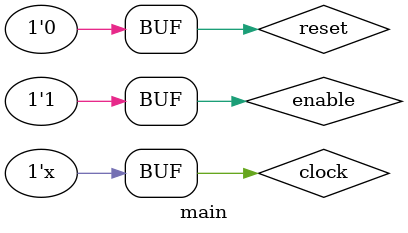
<source format=v>
`include "counter.v"
module main();

reg enable, reset, clock;
wire [7:0] counter_o;

counter c0(enable, reset, clock, counter_o);

initial begin
	clock = 1;
	reset = 0;  
	enable = 0;
	#5 reset = 1;
	#10 reset = 0;
	#5 enable = 1;
end

always #10 begin	//20ns clock: 1->0->1
	clock=~clock; 
end

endmodule

</source>
